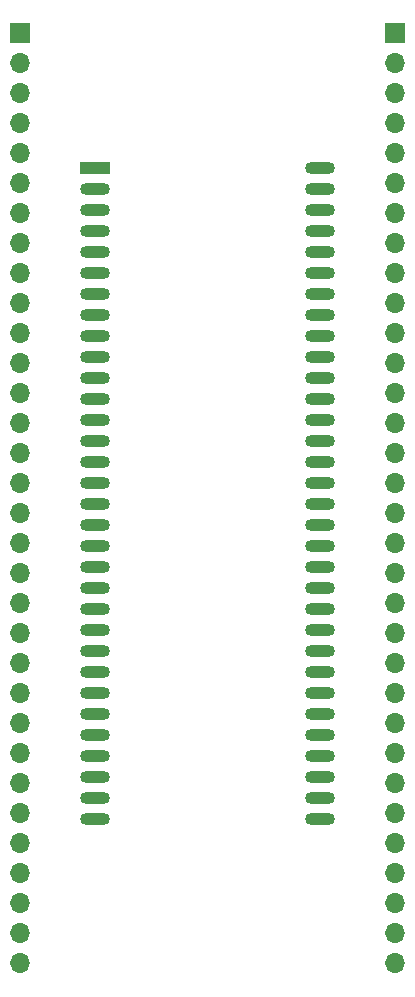
<source format=gbs>
G04 #@! TF.GenerationSoftware,KiCad,Pcbnew,(6.0.7)*
G04 #@! TF.CreationDate,2022-11-29T19:50:19-05:00*
G04 #@! TF.ProjectId,DIP 68 1.778mm adaptor,44495020-3638-4203-912e-3737386d6d20,rev?*
G04 #@! TF.SameCoordinates,Original*
G04 #@! TF.FileFunction,Soldermask,Bot*
G04 #@! TF.FilePolarity,Negative*
%FSLAX46Y46*%
G04 Gerber Fmt 4.6, Leading zero omitted, Abs format (unit mm)*
G04 Created by KiCad (PCBNEW (6.0.7)) date 2022-11-29 19:50:19*
%MOMM*%
%LPD*%
G01*
G04 APERTURE LIST*
%ADD10R,2.540000X1.016000*%
%ADD11O,2.540000X1.016000*%
%ADD12R,1.700000X1.700000*%
%ADD13O,1.700000X1.700000*%
G04 APERTURE END LIST*
D10*
X118110000Y-57150000D03*
D11*
X118110000Y-58928000D03*
X118110000Y-60706000D03*
X118110000Y-62484000D03*
X118110000Y-64262000D03*
X118110000Y-66040000D03*
X118110000Y-67818000D03*
X118110000Y-69596000D03*
X118110000Y-71374000D03*
X118110000Y-73152000D03*
X118110000Y-74930000D03*
X118110000Y-76708000D03*
X118110000Y-78486000D03*
X118110000Y-80264000D03*
X118110000Y-82042000D03*
X118110000Y-83820000D03*
X118110000Y-85598000D03*
X118110000Y-87376000D03*
X118110000Y-89154000D03*
X118110000Y-90932000D03*
X118110000Y-92710000D03*
X118110000Y-94488000D03*
X118110000Y-96266000D03*
X118110000Y-98044000D03*
X118110000Y-99822000D03*
X118110000Y-101600000D03*
X118110000Y-103378000D03*
X118110000Y-105156000D03*
X118110000Y-106934000D03*
X118110000Y-108712000D03*
X118110000Y-110490000D03*
X118110000Y-112268000D03*
X137160000Y-112268000D03*
X137160000Y-110490000D03*
X137160000Y-108712000D03*
X137160000Y-106934000D03*
X137160000Y-105156000D03*
X137160000Y-103378000D03*
X137160000Y-101600000D03*
X137160000Y-99822000D03*
X137160000Y-98044000D03*
X137160000Y-96266000D03*
X137160000Y-94488000D03*
X137160000Y-92710000D03*
X137160000Y-90932000D03*
X137160000Y-89154000D03*
X137160000Y-87376000D03*
X137160000Y-85598000D03*
X137160000Y-83820000D03*
X137160000Y-82042000D03*
X137160000Y-80264000D03*
X137160000Y-78486000D03*
X137160000Y-76708000D03*
X137160000Y-74930000D03*
X137160000Y-73152000D03*
X137160000Y-71374000D03*
X137160000Y-69596000D03*
X137160000Y-67818000D03*
X137160000Y-66040000D03*
X137160000Y-64262000D03*
X137160000Y-62484000D03*
X137160000Y-60706000D03*
X137160000Y-58928000D03*
X137160000Y-57150000D03*
D12*
X143510000Y-45720000D03*
D13*
X143510000Y-48260000D03*
X143510000Y-50800000D03*
X143510000Y-53340000D03*
X143510000Y-55880000D03*
X143510000Y-58420000D03*
X143510000Y-60960000D03*
X143510000Y-63500000D03*
X143510000Y-66040000D03*
X143510000Y-68580000D03*
X143510000Y-71120000D03*
X143510000Y-73660000D03*
X143510000Y-76200000D03*
X143510000Y-78740000D03*
X143510000Y-81280000D03*
X143510000Y-83820000D03*
X143510000Y-86360000D03*
X143510000Y-88900000D03*
X143510000Y-91440000D03*
X143510000Y-93980000D03*
X143510000Y-96520000D03*
X143510000Y-99060000D03*
X143510000Y-101600000D03*
X143510000Y-104140000D03*
X143510000Y-106680000D03*
X143510000Y-109220000D03*
X143510000Y-111760000D03*
X143510000Y-114300000D03*
X143510000Y-116840000D03*
X143510000Y-119380000D03*
X143510000Y-121920000D03*
X143510000Y-124460000D03*
D12*
X111760000Y-45720000D03*
D13*
X111760000Y-48260000D03*
X111760000Y-50800000D03*
X111760000Y-53340000D03*
X111760000Y-55880000D03*
X111760000Y-58420000D03*
X111760000Y-60960000D03*
X111760000Y-63500000D03*
X111760000Y-66040000D03*
X111760000Y-68580000D03*
X111760000Y-71120000D03*
X111760000Y-73660000D03*
X111760000Y-76200000D03*
X111760000Y-78740000D03*
X111760000Y-81280000D03*
X111760000Y-83820000D03*
X111760000Y-86360000D03*
X111760000Y-88900000D03*
X111760000Y-91440000D03*
X111760000Y-93980000D03*
X111760000Y-96520000D03*
X111760000Y-99060000D03*
X111760000Y-101600000D03*
X111760000Y-104140000D03*
X111760000Y-106680000D03*
X111760000Y-109220000D03*
X111760000Y-111760000D03*
X111760000Y-114300000D03*
X111760000Y-116840000D03*
X111760000Y-119380000D03*
X111760000Y-121920000D03*
X111760000Y-124460000D03*
M02*

</source>
